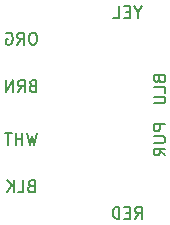
<source format=gbo>
G04 #@! TF.GenerationSoftware,KiCad,Pcbnew,(5.1.0-1558-g0ba0c1724)*
G04 #@! TF.CreationDate,2019-12-01T14:41:24-08:00*
G04 #@! TF.ProjectId,8to4Stepper,38746f34-5374-4657-9070-65722e6b6963,rev?*
G04 #@! TF.SameCoordinates,Original*
G04 #@! TF.FileFunction,Legend,Bot*
G04 #@! TF.FilePolarity,Positive*
%FSLAX46Y46*%
G04 Gerber Fmt 4.6, Leading zero omitted, Abs format (unit mm)*
G04 Created by KiCad (PCBNEW (5.1.0-1558-g0ba0c1724)) date 2019-12-01 14:41:24*
%MOMM*%
%LPD*%
G04 APERTURE LIST*
%ADD10C,0.150000*%
G04 APERTURE END LIST*
D10*
X183833333Y-125928571D02*
X183690476Y-125976190D01*
X183642857Y-126023809D01*
X183595238Y-126119047D01*
X183595238Y-126261904D01*
X183642857Y-126357142D01*
X183690476Y-126404761D01*
X183785714Y-126452380D01*
X184166666Y-126452380D01*
X184166666Y-125452380D01*
X183833333Y-125452380D01*
X183738095Y-125500000D01*
X183690476Y-125547619D01*
X183642857Y-125642857D01*
X183642857Y-125738095D01*
X183690476Y-125833333D01*
X183738095Y-125880952D01*
X183833333Y-125928571D01*
X184166666Y-125928571D01*
X182690476Y-126452380D02*
X183166666Y-126452380D01*
X183166666Y-125452380D01*
X182357142Y-126452380D02*
X182357142Y-125452380D01*
X181785714Y-126452380D02*
X182214285Y-125880952D01*
X181785714Y-125452380D02*
X182357142Y-126023809D01*
X184333333Y-121452380D02*
X184095238Y-122452380D01*
X183904761Y-121738095D01*
X183714285Y-122452380D01*
X183476190Y-121452380D01*
X183095238Y-122452380D02*
X183095238Y-121452380D01*
X183095238Y-121928571D02*
X182523809Y-121928571D01*
X182523809Y-122452380D02*
X182523809Y-121452380D01*
X182190476Y-121452380D02*
X181619047Y-121452380D01*
X181904761Y-122452380D02*
X181904761Y-121452380D01*
X183952380Y-117428571D02*
X183809523Y-117476190D01*
X183761904Y-117523809D01*
X183714285Y-117619047D01*
X183714285Y-117761904D01*
X183761904Y-117857142D01*
X183809523Y-117904761D01*
X183904761Y-117952380D01*
X184285714Y-117952380D01*
X184285714Y-116952380D01*
X183952380Y-116952380D01*
X183857142Y-117000000D01*
X183809523Y-117047619D01*
X183761904Y-117142857D01*
X183761904Y-117238095D01*
X183809523Y-117333333D01*
X183857142Y-117380952D01*
X183952380Y-117428571D01*
X184285714Y-117428571D01*
X182714285Y-117952380D02*
X183047619Y-117476190D01*
X183285714Y-117952380D02*
X183285714Y-116952380D01*
X182904761Y-116952380D01*
X182809523Y-117000000D01*
X182761904Y-117047619D01*
X182714285Y-117142857D01*
X182714285Y-117285714D01*
X182761904Y-117380952D01*
X182809523Y-117428571D01*
X182904761Y-117476190D01*
X183285714Y-117476190D01*
X182285714Y-117952380D02*
X182285714Y-116952380D01*
X181714285Y-117952380D01*
X181714285Y-116952380D01*
X184095238Y-112952380D02*
X183904761Y-112952380D01*
X183809523Y-113000000D01*
X183714285Y-113095238D01*
X183666666Y-113285714D01*
X183666666Y-113619047D01*
X183714285Y-113809523D01*
X183809523Y-113904761D01*
X183904761Y-113952380D01*
X184095238Y-113952380D01*
X184190476Y-113904761D01*
X184285714Y-113809523D01*
X184333333Y-113619047D01*
X184333333Y-113285714D01*
X184285714Y-113095238D01*
X184190476Y-113000000D01*
X184095238Y-112952380D01*
X182666666Y-113952380D02*
X183000000Y-113476190D01*
X183238095Y-113952380D02*
X183238095Y-112952380D01*
X182857142Y-112952380D01*
X182761904Y-113000000D01*
X182714285Y-113047619D01*
X182666666Y-113142857D01*
X182666666Y-113285714D01*
X182714285Y-113380952D01*
X182761904Y-113428571D01*
X182857142Y-113476190D01*
X183238095Y-113476190D01*
X181714285Y-113000000D02*
X181809523Y-112952380D01*
X181952380Y-112952380D01*
X182095238Y-113000000D01*
X182190476Y-113095238D01*
X182238095Y-113190476D01*
X182285714Y-113380952D01*
X182285714Y-113523809D01*
X182238095Y-113714285D01*
X182190476Y-113809523D01*
X182095238Y-113904761D01*
X181952380Y-113952380D01*
X181857142Y-113952380D01*
X181714285Y-113904761D01*
X181666666Y-113857142D01*
X181666666Y-113523809D01*
X181857142Y-113523809D01*
X192642857Y-128702380D02*
X192976190Y-128226190D01*
X193214285Y-128702380D02*
X193214285Y-127702380D01*
X192833333Y-127702380D01*
X192738095Y-127750000D01*
X192690476Y-127797619D01*
X192642857Y-127892857D01*
X192642857Y-128035714D01*
X192690476Y-128130952D01*
X192738095Y-128178571D01*
X192833333Y-128226190D01*
X193214285Y-128226190D01*
X192214285Y-128178571D02*
X191880952Y-128178571D01*
X191738095Y-128702380D02*
X192214285Y-128702380D01*
X192214285Y-127702380D01*
X191738095Y-127702380D01*
X191309523Y-128702380D02*
X191309523Y-127702380D01*
X191071428Y-127702380D01*
X190928571Y-127750000D01*
X190833333Y-127845238D01*
X190785714Y-127940476D01*
X190738095Y-128130952D01*
X190738095Y-128273809D01*
X190785714Y-128464285D01*
X190833333Y-128559523D01*
X190928571Y-128654761D01*
X191071428Y-128702380D01*
X191309523Y-128702380D01*
X195202380Y-120714285D02*
X194202380Y-120714285D01*
X194202380Y-121095238D01*
X194250000Y-121190476D01*
X194297619Y-121238095D01*
X194392857Y-121285714D01*
X194535714Y-121285714D01*
X194630952Y-121238095D01*
X194678571Y-121190476D01*
X194726190Y-121095238D01*
X194726190Y-120714285D01*
X194202380Y-121714285D02*
X195011904Y-121714285D01*
X195107142Y-121761904D01*
X195154761Y-121809523D01*
X195202380Y-121904761D01*
X195202380Y-122095238D01*
X195154761Y-122190476D01*
X195107142Y-122238095D01*
X195011904Y-122285714D01*
X194202380Y-122285714D01*
X195202380Y-123333333D02*
X194726190Y-123000000D01*
X195202380Y-122761904D02*
X194202380Y-122761904D01*
X194202380Y-123142857D01*
X194250000Y-123238095D01*
X194297619Y-123285714D01*
X194392857Y-123333333D01*
X194535714Y-123333333D01*
X194630952Y-123285714D01*
X194678571Y-123238095D01*
X194726190Y-123142857D01*
X194726190Y-122761904D01*
X194678571Y-116892857D02*
X194726190Y-117035714D01*
X194773809Y-117083333D01*
X194869047Y-117130952D01*
X195011904Y-117130952D01*
X195107142Y-117083333D01*
X195154761Y-117035714D01*
X195202380Y-116940476D01*
X195202380Y-116559523D01*
X194202380Y-116559523D01*
X194202380Y-116892857D01*
X194250000Y-116988095D01*
X194297619Y-117035714D01*
X194392857Y-117083333D01*
X194488095Y-117083333D01*
X194583333Y-117035714D01*
X194630952Y-116988095D01*
X194678571Y-116892857D01*
X194678571Y-116559523D01*
X195202380Y-118035714D02*
X195202380Y-117559523D01*
X194202380Y-117559523D01*
X194202380Y-118369047D02*
X195011904Y-118369047D01*
X195107142Y-118416666D01*
X195154761Y-118464285D01*
X195202380Y-118559523D01*
X195202380Y-118750000D01*
X195154761Y-118845238D01*
X195107142Y-118892857D01*
X195011904Y-118940476D01*
X194202380Y-118940476D01*
X192857142Y-111226190D02*
X192857142Y-111702380D01*
X193190476Y-110702380D02*
X192857142Y-111226190D01*
X192523809Y-110702380D01*
X192190476Y-111178571D02*
X191857142Y-111178571D01*
X191714285Y-111702380D02*
X192190476Y-111702380D01*
X192190476Y-110702380D01*
X191714285Y-110702380D01*
X190809523Y-111702380D02*
X191285714Y-111702380D01*
X191285714Y-110702380D01*
M02*

</source>
